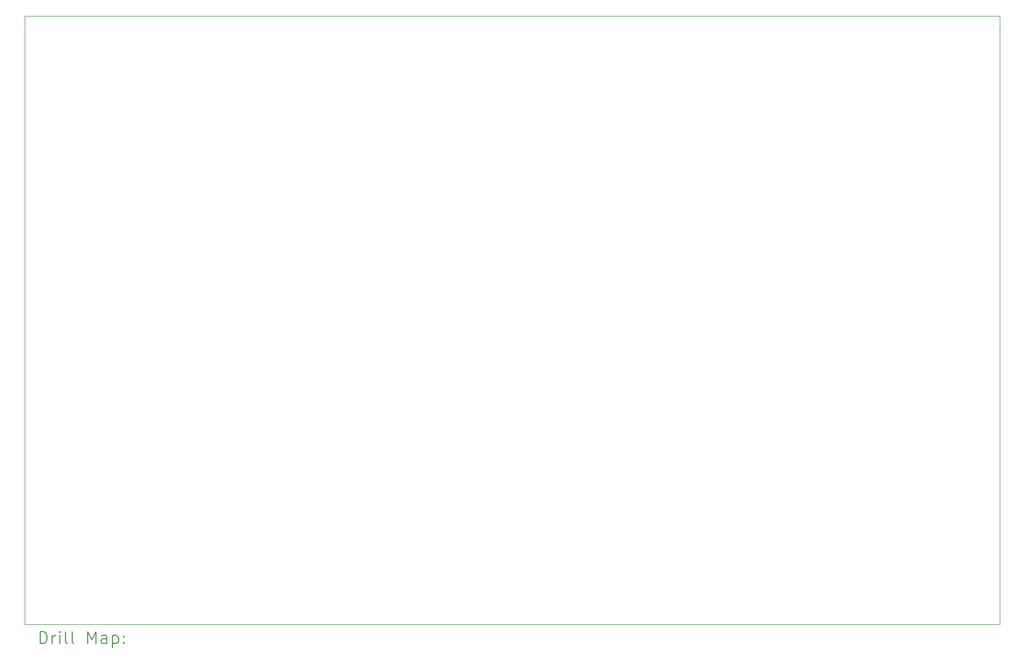
<source format=gbr>
%TF.GenerationSoftware,KiCad,Pcbnew,(6.0.11)*%
%TF.CreationDate,2023-10-14T11:58:52-04:00*%
%TF.ProjectId,EPM7128S-Dev-Board,45504d37-3132-4385-932d-4465762d426f,rev?*%
%TF.SameCoordinates,Original*%
%TF.FileFunction,Drillmap*%
%TF.FilePolarity,Positive*%
%FSLAX45Y45*%
G04 Gerber Fmt 4.5, Leading zero omitted, Abs format (unit mm)*
G04 Created by KiCad (PCBNEW (6.0.11)) date 2023-10-14 11:58:52*
%MOMM*%
%LPD*%
G01*
G04 APERTURE LIST*
%ADD10C,0.100000*%
%ADD11C,0.200000*%
G04 APERTURE END LIST*
D10*
X23000000Y-15000000D02*
X23000000Y-5000000D01*
X7000000Y-5000000D02*
X7000000Y-15000000D01*
X7000000Y-15000000D02*
X23000000Y-15000000D01*
X23000000Y-5000000D02*
X7000000Y-5000000D01*
D11*
X7252619Y-15315476D02*
X7252619Y-15115476D01*
X7300238Y-15115476D01*
X7328809Y-15125000D01*
X7347857Y-15144048D01*
X7357381Y-15163095D01*
X7366905Y-15201190D01*
X7366905Y-15229762D01*
X7357381Y-15267857D01*
X7347857Y-15286905D01*
X7328809Y-15305952D01*
X7300238Y-15315476D01*
X7252619Y-15315476D01*
X7452619Y-15315476D02*
X7452619Y-15182143D01*
X7452619Y-15220238D02*
X7462143Y-15201190D01*
X7471667Y-15191667D01*
X7490714Y-15182143D01*
X7509762Y-15182143D01*
X7576428Y-15315476D02*
X7576428Y-15182143D01*
X7576428Y-15115476D02*
X7566905Y-15125000D01*
X7576428Y-15134524D01*
X7585952Y-15125000D01*
X7576428Y-15115476D01*
X7576428Y-15134524D01*
X7700238Y-15315476D02*
X7681190Y-15305952D01*
X7671667Y-15286905D01*
X7671667Y-15115476D01*
X7805000Y-15315476D02*
X7785952Y-15305952D01*
X7776428Y-15286905D01*
X7776428Y-15115476D01*
X8033571Y-15315476D02*
X8033571Y-15115476D01*
X8100238Y-15258333D01*
X8166905Y-15115476D01*
X8166905Y-15315476D01*
X8347857Y-15315476D02*
X8347857Y-15210714D01*
X8338333Y-15191667D01*
X8319286Y-15182143D01*
X8281190Y-15182143D01*
X8262143Y-15191667D01*
X8347857Y-15305952D02*
X8328809Y-15315476D01*
X8281190Y-15315476D01*
X8262143Y-15305952D01*
X8252619Y-15286905D01*
X8252619Y-15267857D01*
X8262143Y-15248809D01*
X8281190Y-15239286D01*
X8328809Y-15239286D01*
X8347857Y-15229762D01*
X8443095Y-15182143D02*
X8443095Y-15382143D01*
X8443095Y-15191667D02*
X8462143Y-15182143D01*
X8500238Y-15182143D01*
X8519286Y-15191667D01*
X8528810Y-15201190D01*
X8538333Y-15220238D01*
X8538333Y-15277381D01*
X8528810Y-15296428D01*
X8519286Y-15305952D01*
X8500238Y-15315476D01*
X8462143Y-15315476D01*
X8443095Y-15305952D01*
X8624048Y-15296428D02*
X8633571Y-15305952D01*
X8624048Y-15315476D01*
X8614524Y-15305952D01*
X8624048Y-15296428D01*
X8624048Y-15315476D01*
X8624048Y-15191667D02*
X8633571Y-15201190D01*
X8624048Y-15210714D01*
X8614524Y-15201190D01*
X8624048Y-15191667D01*
X8624048Y-15210714D01*
M02*

</source>
